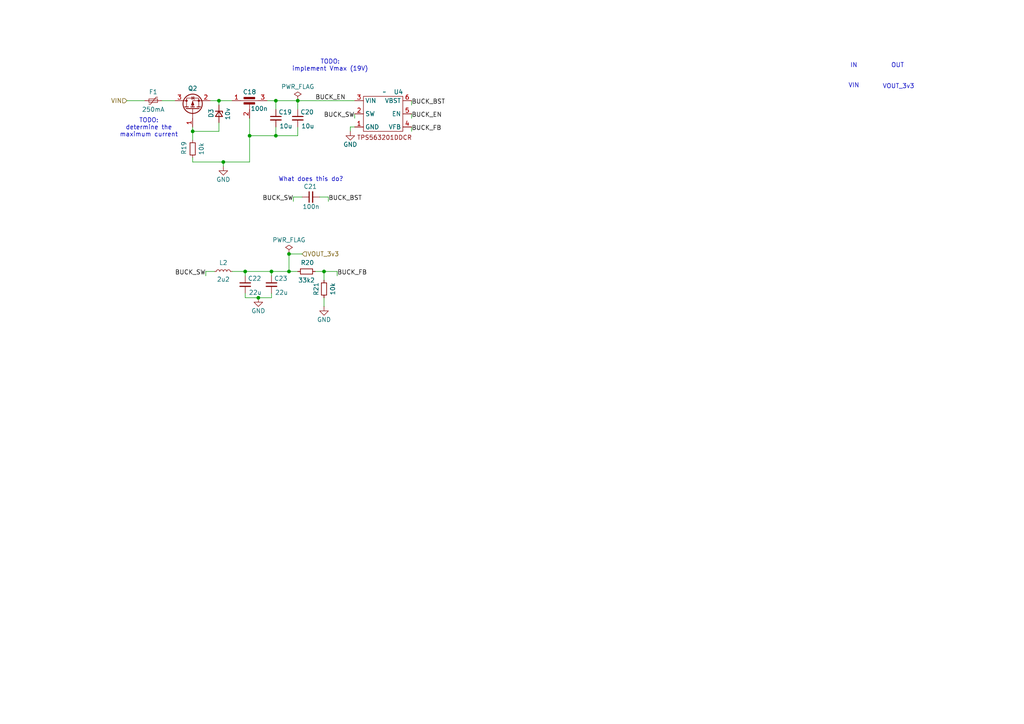
<source format=kicad_sch>
(kicad_sch (version 20231120) (generator "eeschema") (generator_version "8.0")
  (paper "A4")
  (lib_symbols
    (symbol "Device:C_Feedthrough" (pin_names (offset 0.254) hide)
      (property "Reference" "C" (at 0 7.62 0))
      (property "Value" "C_Feedthrough" (at 0 5.715 0))
      (symbol "C_Feedthrough_0_1"
        (rectangle (start -1.651 1.524) (end 1.524 2.032) (fill (type outline)))
        (polyline (pts (xy -2.54 2.54) (xy 2.54 2.54)))
        (polyline (pts (xy 0 0) (xy 0 1.778)))
        (rectangle (start 1.524 3.048) (end -1.651 3.556) (fill (type outline)))
      )
      (symbol "C_Feedthrough_1_1"
        (pin passive line (at -5.08 2.54 0) (length 2.54) (name "1") (number "1"))
        (pin passive line (at 0 -2.54 90) (length 2.54) (name "2") (number "2"))
        (pin passive line (at 5.08 2.54 180) (length 2.54) (name "3") (number "3"))
      )
    )
    (symbol "Device:C_Small" (pin_numbers hide) (pin_names (offset 0.254) hide)
      (property "Reference" "C" (at 0.254 1.778 0))
      (property "Value" "C_Small" (at 0.254 -2.032 0))
      (symbol "C_Small_0_1"
        (polyline (pts (xy -1.524 -0.508) (xy 1.524 -0.508)) (stroke (width 0.3302)))
        (polyline (pts (xy -1.524 0.508) (xy 1.524 0.508)) (stroke (width 0.3048)))
      )
      (symbol "C_Small_1_1"
        (pin passive line (at 0 2.54 270) (length 2.032) (name "~") (number "1"))
        (pin passive line (at 0 -2.54 90) (length 2.032) (name "~") (number "2"))
      )
    )
    (symbol "Device:D_Zener_Small" (pin_numbers hide) (pin_names (offset 0.254) hide)
      (property "Reference" "D" (at 0 2.286 0))
      (property "Value" "D_Zener_Small" (at 0 -2.286 0))
      (symbol "D_Zener_Small_0_1"
        (polyline (pts (xy 0.762 0) (xy -0.762 0)))
        (polyline (pts (xy -0.254 1.016) (xy -0.762 1.016) (xy -0.762 -1.016)) (stroke (width 0.254)))
        (polyline (pts (xy 0.762 1.016) (xy -0.762 0) (xy 0.762 -1.016) (xy 0.762 1.016)) (stroke (width 0.254)))
      )
      (symbol "D_Zener_Small_1_1"
        (pin passive line (at -2.54 0 0) (length 1.778) (name "K") (number "1"))
        (pin passive line (at 2.54 0 180) (length 1.778) (name "A") (number "2"))
      )
    )
    (symbol "Device:L_Small" (pin_numbers hide) (pin_names (offset 0.254) hide)
      (property "Reference" "L" (at 0.762 1.016 0))
      (property "Value" "L_Small" (at 0.762 -1.016 0))
      (symbol "L_Small_0_1"
        (arc (start 0 -2.032) (mid 0.5058 -1.524) (end 0 -1.016))
        (arc (start 0 -1.016) (mid 0.5058 -0.508) (end 0 0))
        (arc (start 0 0) (mid 0.5058 0.508) (end 0 1.016))
        (arc (start 0 1.016) (mid 0.5058 1.524) (end 0 2.032))
      )
      (symbol "L_Small_1_1"
        (pin passive line (at 0 2.54 270) (length 0.508) (name "~") (number "1"))
        (pin passive line (at 0 -2.54 90) (length 0.508) (name "~") (number "2"))
      )
    )
    (symbol "Device:Polyfuse_Small" (pin_numbers hide) (pin_names (offset 0))
      (property "Reference" "F" (at -1.905 0 90))
      (property "Value" "Polyfuse_Small" (at 1.905 0 90))
      (symbol "Polyfuse_Small_0_1"
        (rectangle (start -0.508 1.27) (end 0.508 -1.27))
        (polyline (pts (xy 0 2.54) (xy 0 -2.54)))
        (polyline (pts (xy -1.016 1.27) (xy -1.016 0.762) (xy 1.016 -0.762) (xy 1.016 -1.27)))
      )
      (symbol "Polyfuse_Small_1_1"
        (pin passive line (at 0 2.54 270) (length 0.635) (name "~") (number "1"))
        (pin passive line (at 0 -2.54 90) (length 0.635) (name "~") (number "2"))
      )
    )
    (symbol "Device:R_Small" (pin_numbers hide) (pin_names (offset 0.254) hide)
      (property "Reference" "R" (at 0.762 0.508 0))
      (property "Value" "R_Small" (at 0.762 -1.016 0))
      (symbol "R_Small_0_1"
        (rectangle (start -0.762 1.778) (end 0.762 -1.778) (stroke (width 0.2032)))
      )
      (symbol "R_Small_1_1"
        (pin passive line (at 0 2.54 270) (length 0.762) (name "~") (number "1"))
        (pin passive line (at 0 -2.54 90) (length 0.762) (name "~") (number "2"))
      )
    )
    (symbol "Marijn:TPS563201DDCR"
      (property "Reference" "U" (at 5.334 6.858 0))
      (symbol "TPS563201DDCR_0_1"
        (rectangle (start -5.08 5.08) (end 6.35 -5.08))
      )
      (symbol "TPS563201DDCR_1_1"
        (text "TPS563201DDCR" (at 1.016 -6.858 0) (effects (font (size 1.27 1.27))))
        (pin input line (at -7.62 -3.81 0) (length 2.54) (name "GND") (number "1"))
        (pin output line (at -7.62 0 0) (length 2.54) (name "SW") (number "2"))
        (pin input line (at -7.62 3.81 0) (length 2.54) (name "VIN") (number "3"))
        (pin input line (at 8.89 -3.81 180) (length 2.54) (name "VFB") (number "4"))
        (pin input line (at 8.89 0 180) (length 2.54) (name "EN") (number "5"))
        (pin output line (at 8.89 3.81 180) (length 2.54) (name "VBST") (number "6"))
      )
    )
    (symbol "Transistor_FET:AO3401A" (pin_names hide)
      (property "Reference" "Q" (at 5.08 1.905 0))
      (property "Value" "AO3401A" (at 5.08 0 0))
      (symbol "AO3401A_0_1"
        (polyline (pts (xy 0.254 0) (xy -2.54 0)))
        (polyline (pts (xy 0.254 1.905) (xy 0.254 -1.905)) (stroke (width 0.254)))
        (polyline (pts (xy 0.762 -1.27) (xy 0.762 -2.286)) (stroke (width 0.254)))
        (polyline (pts (xy 0.762 0.508) (xy 0.762 -0.508)) (stroke (width 0.254)))
        (polyline (pts (xy 0.762 2.286) (xy 0.762 1.27)) (stroke (width 0.254)))
        (polyline (pts (xy 2.54 2.54) (xy 2.54 1.778)))
        (polyline (pts (xy 2.54 -2.54) (xy 2.54 0) (xy 0.762 0)))
        (polyline (pts (xy 0.762 1.778) (xy 3.302 1.778) (xy 3.302 -1.778) (xy 0.762 -1.778)))
        (polyline (pts (xy 2.286 0) (xy 1.27 0.381) (xy 1.27 -0.381) (xy 2.286 0)) (fill (type outline)))
        (polyline (pts (xy 2.794 -0.508) (xy 2.921 -0.381) (xy 3.683 -0.381) (xy 3.81 -0.254)))
        (polyline (pts (xy 3.302 -0.381) (xy 2.921 0.254) (xy 3.683 0.254) (xy 3.302 -0.381)))
        (circle (center 1.651 0) (radius 2.794) (stroke (width 0.254)))
        (circle (center 2.54 -1.778) (radius 0.254) (fill (type outline)))
        (circle (center 2.54 1.778) (radius 0.254) (fill (type outline)))
      )
      (symbol "AO3401A_1_1"
        (pin input line (at -5.08 0 0) (length 2.54) (name "G") (number "1"))
        (pin passive line (at 2.54 -5.08 90) (length 2.54) (name "S") (number "2"))
        (pin passive line (at 2.54 5.08 270) (length 2.54) (name "D") (number "3"))
      )
    )
    (symbol "power:GND" (power) (pin_numbers hide) (pin_names (offset 0) hide)
      (property "Value" "GND" (at 0 -3.81 0))
      (symbol "GND_0_1"
        (polyline (pts (xy 0 0) (xy 0 -1.27) (xy 1.27 -1.27) (xy 0 -2.54) (xy -1.27 -1.27) (xy 0 -1.27)))
      )
      (symbol "GND_1_1"
        (pin power_in line (at 0 0 270) (length 0) (name "~") (number "1"))
      )
    )
    (symbol "power:PWR_FLAG" (power) (pin_numbers hide) (pin_names (offset 0) hide)
      (property "Value" "PWR_FLAG" (at 0 3.81 0))
      (symbol "PWR_FLAG_0_0"
        (pin power_out line (at 0 0 90) (length 0) (name "~") (number "1"))
      )
      (symbol "PWR_FLAG_0_1"
        (polyline (pts (xy 0 0) (xy 0 1.27) (xy -1.016 1.905) (xy 0 2.54) (xy 1.016 1.905) (xy 0 1.27)))
      )
    )
  )
  (junction (at 78.74 78.74))
  (junction (at 80.01 39.37))
  (junction (at 74.93 86.36))
  (junction (at 83.82 73.66))
  (junction (at 71.12 78.74))
  (junction (at 86.36 29.21))
  (junction (at 93.98 78.74))
  (junction (at 64.77 46.99))
  (junction (at 83.82 78.74))
  (junction (at 63.5 29.21))
  (junction (at 55.88 38.1))
  (junction (at 80.01 29.21))
  (junction (at 72.39 39.37))
  (wire (pts (xy 80.01 29.21) (xy 80.01 31.75)))
  (wire (pts (xy 85.09 58.42) (xy 85.09 57.15)))
  (wire (pts (xy 63.5 29.21) (xy 63.5 30.48)))
  (wire (pts (xy 119.38 38.1) (xy 119.38 36.83)))
  (wire (pts (xy 83.82 73.66) (xy 83.82 78.74)))
  (wire (pts (xy 93.98 86.36) (xy 93.98 88.9)))
  (wire (pts (xy 97.79 78.74) (xy 93.98 78.74)))
  (wire (pts (xy 64.77 46.99) (xy 64.77 48.26)))
  (wire (pts (xy 59.69 78.74) (xy 62.23 78.74)))
  (wire (pts (xy 102.87 34.29) (xy 102.87 33.02)))
  (wire (pts (xy 59.69 80.01) (xy 59.69 78.74)))
  (wire (pts (xy 67.31 78.74) (xy 71.12 78.74)))
  (wire (pts (xy 63.5 29.21) (xy 67.31 29.21)))
  (wire (pts (xy 93.98 78.74) (xy 93.98 81.28)))
  (wire (pts (xy 80.01 39.37) (xy 86.36 39.37)))
  (wire (pts (xy 74.93 86.36) (xy 78.74 86.36)))
  (wire (pts (xy 72.39 39.37) (xy 72.39 34.29)))
  (wire (pts (xy 95.25 57.15) (xy 92.71 57.15)))
  (wire (pts (xy 86.36 29.21) (xy 102.87 29.21)))
  (wire (pts (xy 87.63 73.66) (xy 83.82 73.66)))
  (wire (pts (xy 60.96 29.21) (xy 63.5 29.21)))
  (wire (pts (xy 119.38 30.48) (xy 119.38 29.21)))
  (wire (pts (xy 71.12 78.74) (xy 78.74 78.74)))
  (wire (pts (xy 91.44 78.74) (xy 93.98 78.74)))
  (wire (pts (xy 83.82 78.74) (xy 86.36 78.74)))
  (wire (pts (xy 63.5 35.56) (xy 63.5 38.1)))
  (wire (pts (xy 78.74 78.74) (xy 83.82 78.74)))
  (wire (pts (xy 77.47 29.21) (xy 80.01 29.21)))
  (wire (pts (xy 78.74 78.74) (xy 78.74 80.01)))
  (wire (pts (xy 55.88 45.72) (xy 55.88 46.99)))
  (wire (pts (xy 78.74 86.36) (xy 78.74 85.09)))
  (wire (pts (xy 55.88 38.1) (xy 55.88 40.64)))
  (wire (pts (xy 71.12 85.09) (xy 71.12 86.36)))
  (wire (pts (xy 86.36 31.75) (xy 86.36 29.21)))
  (wire (pts (xy 101.6 36.83) (xy 102.87 36.83)))
  (wire (pts (xy 63.5 38.1) (xy 55.88 38.1)))
  (wire (pts (xy 72.39 46.99) (xy 72.39 39.37)))
  (wire (pts (xy 71.12 78.74) (xy 71.12 80.01)))
  (wire (pts (xy 46.99 29.21) (xy 50.8 29.21)))
  (wire (pts (xy 80.01 29.21) (xy 86.36 29.21)))
  (wire (pts (xy 95.25 58.42) (xy 95.25 57.15)))
  (wire (pts (xy 86.36 39.37) (xy 86.36 36.83)))
  (wire (pts (xy 36.83 29.21) (xy 41.91 29.21)))
  (wire (pts (xy 119.38 34.29) (xy 119.38 33.02)))
  (wire (pts (xy 101.6 38.1) (xy 101.6 36.83)))
  (wire (pts (xy 55.88 46.99) (xy 64.77 46.99)))
  (wire (pts (xy 64.77 46.99) (xy 72.39 46.99)))
  (wire (pts (xy 80.01 36.83) (xy 80.01 39.37)))
  (wire (pts (xy 97.79 80.01) (xy 97.79 78.74)))
  (wire (pts (xy 85.09 57.15) (xy 87.63 57.15)))
  (wire (pts (xy 72.39 39.37) (xy 80.01 39.37)))
  (wire (pts (xy 55.88 38.1) (xy 55.88 36.83)))
  (wire (pts (xy 74.93 86.36) (xy 71.12 86.36)))
  (text "TODO:\ndetermine the\nmaximum current" (at 43.18 37.084 0) (effects (font (size 1.27 1.27))))
  (text "What does this do?" (at 90.17 52.07 0) (effects (font (size 1.27 1.27))))
  (text "VOUT_3v3" (at 260.604 25.146 0) (effects (font (size 1.27 1.27))))
  (text "IN" (at 247.65 19.05 0) (effects (font (size 1.27 1.27))))
  (text "VIN" (at 247.65 24.892 0) (effects (font (size 1.27 1.27))))
  (text "TODO:\nimplement Vmax (19V)" (at 95.758 19.05 0) (effects (font (size 1.27 1.27))))
  (text "OUT" (at 260.35 19.05 0) (effects (font (size 1.27 1.27))))
  (label "BUCK_SW" (at 85.09 58.42 180))
  (label "BUCK_BST" (at 95.25 58.42 0))
  (label "BUCK_SW" (at 59.69 80.01 180))
  (label "BUCK_FB" (at 119.38 38.1 0))
  (label "BUCK_SW" (at 102.87 34.29 180))
  (label "BUCK_FB" (at 97.79 80.01 0))
  (label "BUCK_EN" (at 91.44 29.21 0))
  (label "BUCK_EN" (at 119.38 34.29 0))
  (label "BUCK_BST" (at 119.38 30.48 0))
  (hierarchical_label "VIN" (shape input) (at 36.83 29.21 180))
  (hierarchical_label "VOUT_3v3" (shape input) (at 87.63 73.66 0))
  (symbol (lib_id "power:GND") (at 93.98 88.9 0) (unit 1)
    (property "Reference" "#PWR043" (effects (hide yes)))
    (property "Value" "GND" (at 93.98 92.71 0))
    (property "Description" "Power symbol creates a global label with name \"GND\" , ground" (effects (hide yes)))
  )
  (symbol (lib_id "Marijn:TPS563201DDCR") (at 110.49 33.02 0) (unit 1)
    (property "Reference" "U4" (at 115.57 26.67 0))
    (property "Value" "~" (at 111.506 26.67 0))
    (property "Footprint" "Package_TO_SOT_SMD:SOT-23-6" (effects (hide yes)))
    (property "Datasheet" "https://www.lcsc.com/datasheet/lcsc_datasheet_2304241919_Texas-Instruments-TPS563201DDCR_C116592.pdf" (effects (hide yes)))
    (property "LCSC" "C116592" (effects (hide yes)))
  )
  (symbol (lib_id "Device:C_Small") (at 86.36 34.29 0) (unit 1)
    (property "Reference" "C20" (at 87.122 32.512 0) (effects (justify left)))
    (property "Value" "10u" (at 87.376 36.576 0) (effects (justify left)))
    (property "Footprint" "Capacitor_SMD:C_1206_3216Metric" (effects (hide yes)))
    (property "Description" "Unpolarized capacitor, small symbol" (effects (hide yes)))
    (property "LCSC" " C9807" (effects (hide yes)))
  )
  (symbol (lib_id "Device:C_Small") (at 71.12 82.55 0) (unit 1)
    (property "Reference" "C22" (at 71.882 80.772 0) (effects (justify left)))
    (property "Value" "22u" (at 72.136 84.836 0) (effects (justify left)))
    (property "Footprint" "Capacitor_SMD:C_1206_3216Metric" (effects (hide yes)))
    (property "Description" "Unpolarized capacitor, small symbol" (effects (hide yes)))
    (property "LCSC" "C12891" (effects (hide yes)))
  )
  (symbol (lib_id "Device:C_Small") (at 80.01 34.29 0) (unit 1)
    (property "Reference" "C19" (at 80.772 32.512 0) (effects (justify left)))
    (property "Value" "10u" (at 81.026 36.576 0) (effects (justify left)))
    (property "Footprint" "Capacitor_SMD:C_1206_3216Metric" (effects (hide yes)))
    (property "Description" "Unpolarized capacitor, small symbol" (effects (hide yes)))
    (property "LCSC" " C9807" (effects (hide yes)))
  )
  (symbol (lib_id "Device:C_Feedthrough") (at 72.39 31.75 0) (unit 1)
    (property "Reference" "C18" (at 72.39 26.67 0))
    (property "Value" "100n" (at 75.184 31.496 0))
    (property "Footprint" "NFM18PC104R1C3D:NFM18PC104R1C3D_MUR" (effects (hide yes)))
    (property "Datasheet" "https://www.lcsc.com/datasheet/lcsc_datasheet_1811021520_Murata-Electronics-NFM18PC104R1C3D_C111493.pdf" (effects (hide yes)))
    (property "Description" "NFM18PC104R1C3D" (effects (hide yes)))
    (property "LCSC" "C111493" (effects (hide yes)))
  )
  (symbol (lib_id "power:GND") (at 74.93 86.36 0) (unit 1)
    (property "Reference" "#PWR042" (effects (hide yes)))
    (property "Value" "GND" (at 74.93 90.17 0))
    (property "Description" "Power symbol creates a global label with name \"GND\" , ground" (effects (hide yes)))
  )
  (symbol (lib_id "Device:R_Small") (at 55.88 43.18 0) (unit 1)
    (property "Reference" "R19" (at 53.34 42.926 90))
    (property "Value" "10k" (at 58.42 43.18 90))
    (property "Footprint" "Resistor_SMD:R_0603_1608Metric" (effects (hide yes)))
    (property "Description" "Resistor, small symbol" (effects (hide yes)))
    (property "LCSC" "C25804" (effects (hide yes)))
  )
  (symbol (lib_id "power:GND") (at 64.77 48.26 0) (unit 1)
    (property "Reference" "#PWR041" (effects (hide yes)))
    (property "Value" "GND" (at 64.77 52.07 0))
    (property "Description" "Power symbol creates a global label with name \"GND\" , ground" (effects (hide yes)))
  )
  (symbol (lib_id "Device:R_Small") (at 93.98 83.82 180) (unit 1)
    (property "Reference" "R21" (at 91.694 83.82 90))
    (property "Value" "10k" (at 96.52 83.82 90))
    (property "Footprint" "Resistor_SMD:R_0603_1608Metric" (effects (hide yes)))
    (property "Description" "Resistor, small symbol" (effects (hide yes)))
    (property "LCSC" "C25804" (effects (hide yes)))
  )
  (symbol (lib_id "Device:Polyfuse_Small") (at 44.45 29.21 90) (unit 1)
    (property "Reference" "F1" (at 44.45 26.67 90))
    (property "Value" "250mA" (at 44.45 31.75 90))
    (property "Footprint" "Fuse:Fuse_1206_3216Metric" (effects (hide yes)))
    (property "Description" "Resettable fuse, polymeric positive temperature coefficient, small symbol" (effects (hide yes)))
    (property "LCSC" "C2830236" (effects (hide yes)))
  )
  (symbol (lib_id "Device:C_Small") (at 90.17 57.15 90) (unit 1)
    (property "Reference" "C21" (at 91.948 54.102 90) (effects (justify left)))
    (property "Value" "100n" (at 92.71 59.944 90) (effects (justify left)))
    (property "Footprint" "Capacitor_SMD:C_1206_3216Metric" (effects (hide yes)))
    (property "Description" "Unpolarized capacitor, small symbol" (effects (hide yes)))
    (property "LCSC" "C110255" (effects (hide yes)))
  )
  (symbol (lib_id "Device:L_Small") (at 64.77 78.74 90) (unit 1)
    (property "Reference" "L2" (at 64.77 76.2 90))
    (property "Value" "2u2" (at 64.77 81.026 90))
    (property "Footprint" "Inductor_SMD:L_Changjiang_FNR3015S" (effects (hide yes)))
    (property "Description" "FNR3015S2R2MT" (effects (hide yes)))
    (property "LCSC" "C167747" (effects (hide yes)))
  )
  (symbol (lib_id "Device:C_Small") (at 78.74 82.55 0) (unit 1)
    (property "Reference" "C23" (at 79.502 80.772 0) (effects (justify left)))
    (property "Value" "22u" (at 79.756 84.836 0) (effects (justify left)))
    (property "Footprint" "Capacitor_SMD:C_1206_3216Metric" (effects (hide yes)))
    (property "Description" "Unpolarized capacitor, small symbol" (effects (hide yes)))
    (property "LCSC" "C12891" (effects (hide yes)))
  )
  (symbol (lib_id "power:PWR_FLAG") (at 86.36 29.21 0) (unit 1)
    (property "Reference" "#FLG05" (effects (hide yes)))
    (property "Value" "PWR_FLAG" (at 86.36 25.146 0))
    (property "Description" "Special symbol for telling ERC where power comes from" (effects (hide yes)))
  )
  (symbol (lib_id "power:GND") (at 101.6 38.1 0) (unit 1)
    (property "Reference" "#PWR040" (effects (hide yes)))
    (property "Value" "GND" (at 101.6 41.91 0))
    (property "Description" "Power symbol creates a global label with name \"GND\" , ground" (effects (hide yes)))
  )
  (symbol (lib_id "power:PWR_FLAG") (at 83.82 73.66 0) (unit 1)
    (property "Reference" "#FLG06" (effects (hide yes)))
    (property "Value" "PWR_FLAG" (at 83.82 69.596 0))
    (property "Description" "Special symbol for telling ERC where power comes from" (effects (hide yes)))
  )
  (symbol (lib_id "Device:R_Small") (at 88.9 78.74 270) (unit 1)
    (property "Reference" "R20" (at 89.154 76.2 90))
    (property "Value" "33k2" (at 88.9 81.28 90))
    (property "Footprint" "Resistor_SMD:R_0603_1608Metric" (effects (hide yes)))
    (property "Description" "Resistor, small symbol" (effects (hide yes)))
    (property "LCSC" " C23003" (effects (hide yes)))
  )
  (symbol (lib_id "Device:D_Zener_Small") (at 63.5 33.02 270) (unit 1)
    (property "Reference" "D3" (at 61.214 31.496 0) (effects (justify left)))
    (property "Value" "10v" (at 66.04 31.242 0) (effects (justify left)))
    (property "Footprint" "Diode_SMD:D_SOD-523" (effects (hide yes)))
    (property "Datasheet" "https://www.lcsc.com/datasheet/lcsc_datasheet_2304140030_Nexperia-BZX585-B10-115_C455021.pdf" (effects (hide yes)))
    (property "Description" "BZX585-B10" (effects (hide yes)))
    (property "LCSC" "C455021" (effects (hide yes)))
  )
  (symbol (lib_id "Transistor_FET:AO3401A") (at 55.88 31.75 90) (unit 1)
    (property "Reference" "Q2" (at 55.88 25.654 90))
    (property "Value" "AO3401A" (effects (hide yes)))
    (property "Footprint" "Package_TO_SOT_SMD:SOT-23" (effects (hide yes)))
    (property "Datasheet" "http://www.aosmd.com/pdfs/datasheet/AO3401A.pdf" (effects (hide yes)))
    (property "Description" "AO3401A" (effects (hide yes)))
    (property "LCSC" "C347476" (effects (hide yes)))
  )
)
</source>
